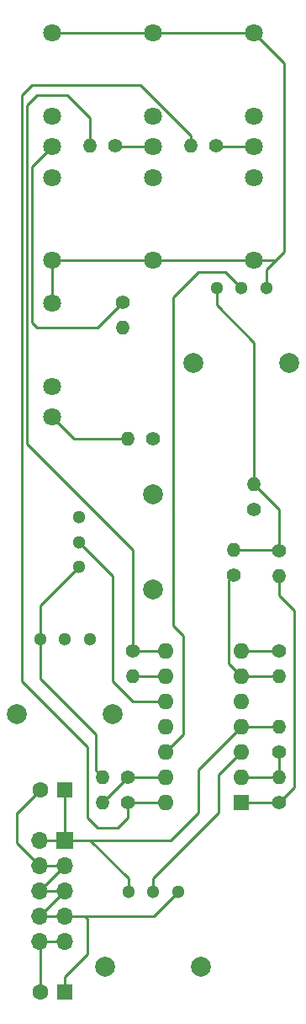
<source format=gbr>
%TF.GenerationSoftware,KiCad,Pcbnew,(5.1.6-0)*%
%TF.CreationDate,2022-12-01T22:05:58-05:00*%
%TF.ProjectId,MACRO,4d414352-4f2e-46b6-9963-61645f706362,rev?*%
%TF.SameCoordinates,Original*%
%TF.FileFunction,Copper,L2,Bot*%
%TF.FilePolarity,Positive*%
%FSLAX46Y46*%
G04 Gerber Fmt 4.6, Leading zero omitted, Abs format (unit mm)*
G04 Created by KiCad (PCBNEW (5.1.6-0)) date 2022-12-01 22:05:58*
%MOMM*%
%LPD*%
G01*
G04 APERTURE LIST*
%TA.AperFunction,ComponentPad*%
%ADD10C,2.000000*%
%TD*%
%TA.AperFunction,ComponentPad*%
%ADD11C,1.300000*%
%TD*%
%TA.AperFunction,ComponentPad*%
%ADD12C,1.400000*%
%TD*%
%TA.AperFunction,ComponentPad*%
%ADD13O,1.400000X1.400000*%
%TD*%
%TA.AperFunction,ComponentPad*%
%ADD14C,1.800000*%
%TD*%
%TA.AperFunction,ComponentPad*%
%ADD15R,1.700000X1.700000*%
%TD*%
%TA.AperFunction,ComponentPad*%
%ADD16O,1.700000X1.700000*%
%TD*%
%TA.AperFunction,ComponentPad*%
%ADD17R,1.600000X1.600000*%
%TD*%
%TA.AperFunction,ComponentPad*%
%ADD18C,1.600000*%
%TD*%
%TA.AperFunction,ComponentPad*%
%ADD19O,1.600000X1.600000*%
%TD*%
%TA.AperFunction,Conductor*%
%ADD20C,0.250000*%
%TD*%
G04 APERTURE END LIST*
D10*
%TO.P,RV3,*%
%TO.N,*%
X73660000Y-103606000D03*
X73660000Y-94006000D03*
D11*
%TO.P,RV3,3*%
%TO.N,Net-(R4-Pad1)*%
X66160000Y-101306000D03*
%TO.P,RV3,2*%
%TO.N,Net-(RV3-Pad2)*%
X66160000Y-98806000D03*
%TO.P,RV3,1*%
%TO.N,GND*%
X66160000Y-96306000D03*
%TD*%
D10*
%TO.P,RV4,*%
%TO.N,*%
X77750000Y-80772000D03*
X87350000Y-80772000D03*
D11*
%TO.P,RV4,3*%
%TO.N,Net-(R4-Pad1)*%
X80050000Y-73272000D03*
%TO.P,RV4,2*%
%TO.N,Net-(RV4-Pad2)*%
X82550000Y-73272000D03*
%TO.P,RV4,1*%
%TO.N,GND*%
X85050000Y-73272000D03*
%TD*%
D12*
%TO.P,R4,1*%
%TO.N,Net-(R4-Pad1)*%
X86360000Y-99695000D03*
D13*
%TO.P,R4,2*%
%TO.N,Net-(R3-Pad1)*%
X86360000Y-102235000D03*
%TD*%
D12*
%TO.P,R6,1*%
%TO.N,Net-(R6-Pad1)*%
X83820000Y-95504000D03*
D13*
%TO.P,R6,2*%
%TO.N,Net-(R4-Pad1)*%
X83820000Y-92964000D03*
%TD*%
D12*
%TO.P,R7,1*%
%TO.N,Net-(R10-Pad2)*%
X71120000Y-122428000D03*
D13*
%TO.P,R7,2*%
%TO.N,Net-(R4-Pad1)*%
X68580000Y-122428000D03*
%TD*%
D12*
%TO.P,R8,1*%
%TO.N,Net-(R11-Pad2)*%
X86360000Y-109728000D03*
D13*
%TO.P,R8,2*%
%TO.N,Net-(R5-Pad1)*%
X86360000Y-112268000D03*
%TD*%
D12*
%TO.P,R9,1*%
%TO.N,Net-(R12-Pad2)*%
X71628000Y-109728000D03*
D13*
%TO.P,R9,2*%
%TO.N,Net-(R6-Pad1)*%
X71628000Y-112268000D03*
%TD*%
D12*
%TO.P,R10,1*%
%TO.N,Net-(R10-Pad1)*%
X71120000Y-124968000D03*
D13*
%TO.P,R10,2*%
%TO.N,Net-(R10-Pad2)*%
X68580000Y-124968000D03*
%TD*%
D12*
%TO.P,R11,1*%
%TO.N,Net-(J2-Pad1)*%
X70612000Y-74676000D03*
D13*
%TO.P,R11,2*%
%TO.N,Net-(R11-Pad2)*%
X70612000Y-77216000D03*
%TD*%
D12*
%TO.P,R12,1*%
%TO.N,Net-(J4-Pad1)*%
X69850000Y-58928000D03*
D13*
%TO.P,R12,2*%
%TO.N,Net-(R12-Pad2)*%
X67310000Y-58928000D03*
%TD*%
D12*
%TO.P,R13,1*%
%TO.N,Net-(J6-Pad1)*%
X80010000Y-58928000D03*
D13*
%TO.P,R13,2*%
%TO.N,Net-(R10-Pad1)*%
X77470000Y-58928000D03*
%TD*%
D10*
%TO.P,RV1,*%
%TO.N,*%
X68860000Y-141478000D03*
X78460000Y-141478000D03*
D11*
%TO.P,RV1,3*%
%TO.N,+12V*%
X71160000Y-133978000D03*
%TO.P,RV1,2*%
%TO.N,Net-(RV1-Pad2)*%
X73660000Y-133978000D03*
%TO.P,RV1,1*%
%TO.N,GND*%
X76160000Y-133978000D03*
%TD*%
D10*
%TO.P,RV2,*%
%TO.N,*%
X59970000Y-116078000D03*
X69570000Y-116078000D03*
D11*
%TO.P,RV2,3*%
%TO.N,Net-(R4-Pad1)*%
X62270000Y-108578000D03*
%TO.P,RV2,2*%
%TO.N,Net-(RV2-Pad2)*%
X64770000Y-108578000D03*
%TO.P,RV2,1*%
%TO.N,GND*%
X67270000Y-108578000D03*
%TD*%
D12*
%TO.P,R5,1*%
%TO.N,Net-(R5-Pad1)*%
X81788000Y-102108000D03*
D13*
%TO.P,R5,2*%
%TO.N,Net-(R4-Pad1)*%
X81788000Y-99568000D03*
%TD*%
D12*
%TO.P,R2,1*%
%TO.N,Net-(R1-Pad1)*%
X73660000Y-88392000D03*
D13*
%TO.P,R2,2*%
%TO.N,Net-(J1-Pad1)*%
X71120000Y-88392000D03*
%TD*%
D12*
%TO.P,R3,1*%
%TO.N,Net-(R3-Pad1)*%
X86360000Y-124968000D03*
D13*
%TO.P,R3,2*%
%TO.N,Net-(R1-Pad1)*%
X86360000Y-122428000D03*
%TD*%
D14*
%TO.P,J3,3*%
%TO.N,GND*%
X63500000Y-47658000D03*
%TO.P,J3,1*%
%TO.N,Net-(J2-Pad1)*%
X63500000Y-59058000D03*
%TO.P,J3,2*%
%TO.N,Net-(J3-Pad2)*%
X63500000Y-55958000D03*
%TD*%
%TO.P,J4,3*%
%TO.N,GND*%
X73660000Y-70452000D03*
%TO.P,J4,1*%
%TO.N,Net-(J4-Pad1)*%
X73660000Y-59052000D03*
%TO.P,J4,2*%
%TO.N,Net-(J4-Pad2)*%
X73660000Y-62152000D03*
%TD*%
%TO.P,J5,3*%
%TO.N,GND*%
X73660000Y-47658000D03*
%TO.P,J5,1*%
%TO.N,Net-(J4-Pad1)*%
X73660000Y-59058000D03*
%TO.P,J5,2*%
%TO.N,Net-(J5-Pad2)*%
X73660000Y-55958000D03*
%TD*%
%TO.P,J6,3*%
%TO.N,GND*%
X83820000Y-70452000D03*
%TO.P,J6,1*%
%TO.N,Net-(J6-Pad1)*%
X83820000Y-59052000D03*
%TO.P,J6,2*%
%TO.N,Net-(J6-Pad2)*%
X83820000Y-62152000D03*
%TD*%
%TO.P,J7,3*%
%TO.N,GND*%
X83820000Y-47658000D03*
%TO.P,J7,1*%
%TO.N,Net-(J6-Pad1)*%
X83820000Y-59058000D03*
%TO.P,J7,2*%
%TO.N,Net-(J7-Pad2)*%
X83820000Y-55958000D03*
%TD*%
D15*
%TO.P,J8,1*%
%TO.N,+12V*%
X64770000Y-128778000D03*
D16*
%TO.P,J8,2*%
X62230000Y-128778000D03*
%TO.P,J8,3*%
%TO.N,GND*%
X64770000Y-131318000D03*
%TO.P,J8,4*%
X62230000Y-131318000D03*
%TO.P,J8,5*%
X64770000Y-133858000D03*
%TO.P,J8,6*%
X62230000Y-133858000D03*
%TO.P,J8,7*%
X64770000Y-136398000D03*
%TO.P,J8,8*%
X62230000Y-136398000D03*
%TO.P,J8,9*%
%TO.N,-12V*%
X64770000Y-138938000D03*
%TO.P,J8,10*%
X62230000Y-138938000D03*
%TD*%
D12*
%TO.P,R1,1*%
%TO.N,Net-(R1-Pad1)*%
X86360000Y-119888000D03*
D13*
%TO.P,R1,2*%
%TO.N,+12V*%
X86360000Y-117348000D03*
%TD*%
D14*
%TO.P,J1,3*%
%TO.N,GND*%
X63500000Y-74836000D03*
%TO.P,J1,1*%
%TO.N,Net-(J1-Pad1)*%
X63500000Y-86236000D03*
%TO.P,J1,2*%
%TO.N,Net-(J1-Pad2)*%
X63500000Y-83136000D03*
%TD*%
%TO.P,J2,3*%
%TO.N,GND*%
X63500000Y-70452000D03*
%TO.P,J2,1*%
%TO.N,Net-(J2-Pad1)*%
X63500000Y-59052000D03*
%TO.P,J2,2*%
%TO.N,Net-(J2-Pad2)*%
X63500000Y-62152000D03*
%TD*%
D17*
%TO.P,C2,1*%
%TO.N,GND*%
X64770000Y-144018000D03*
D18*
%TO.P,C2,2*%
%TO.N,-12V*%
X62270000Y-144018000D03*
%TD*%
D17*
%TO.P,U1,1*%
%TO.N,Net-(R3-Pad1)*%
X82550000Y-124968000D03*
D19*
%TO.P,U1,8*%
%TO.N,Net-(R12-Pad2)*%
X74930000Y-109728000D03*
%TO.P,U1,2*%
%TO.N,Net-(R1-Pad1)*%
X82550000Y-122428000D03*
%TO.P,U1,9*%
%TO.N,Net-(R6-Pad1)*%
X74930000Y-112268000D03*
%TO.P,U1,3*%
%TO.N,Net-(RV1-Pad2)*%
X82550000Y-119888000D03*
%TO.P,U1,10*%
%TO.N,Net-(RV3-Pad2)*%
X74930000Y-114808000D03*
%TO.P,U1,4*%
%TO.N,+12V*%
X82550000Y-117348000D03*
%TO.P,U1,11*%
%TO.N,-12V*%
X74930000Y-117348000D03*
%TO.P,U1,5*%
%TO.N,Net-(RV2-Pad2)*%
X82550000Y-114808000D03*
%TO.P,U1,12*%
%TO.N,Net-(RV4-Pad2)*%
X74930000Y-119888000D03*
%TO.P,U1,6*%
%TO.N,Net-(R5-Pad1)*%
X82550000Y-112268000D03*
%TO.P,U1,13*%
%TO.N,Net-(R10-Pad2)*%
X74930000Y-122428000D03*
%TO.P,U1,7*%
%TO.N,Net-(R11-Pad2)*%
X82550000Y-109728000D03*
%TO.P,U1,14*%
%TO.N,Net-(R10-Pad1)*%
X74930000Y-124968000D03*
%TD*%
D17*
%TO.P,C1,1*%
%TO.N,+12V*%
X64770000Y-123698000D03*
D18*
%TO.P,C1,2*%
%TO.N,GND*%
X62270000Y-123698000D03*
%TD*%
D20*
%TO.N,+12V*%
X86360000Y-117348000D02*
X82550000Y-117348000D01*
X71160000Y-133978000D02*
X71160000Y-132628000D01*
X67310000Y-128778000D02*
X64770000Y-128778000D01*
X71160000Y-132628000D02*
X67310000Y-128778000D01*
X62230000Y-128778000D02*
X64770000Y-128778000D01*
X64770000Y-128778000D02*
X64770000Y-123698000D01*
X82550000Y-117348000D02*
X78232000Y-121666000D01*
X78232000Y-121666000D02*
X78232000Y-125984000D01*
X75438000Y-128778000D02*
X67310000Y-128778000D01*
X78232000Y-125984000D02*
X75438000Y-128778000D01*
%TO.N,GND*%
X63500000Y-47658000D02*
X73660000Y-47658000D01*
X73660000Y-47658000D02*
X83820000Y-47658000D01*
X83820000Y-70452000D02*
X86012000Y-70452000D01*
X86012000Y-70452000D02*
X86868000Y-69596000D01*
X86868000Y-50706000D02*
X83820000Y-47658000D01*
X86868000Y-69596000D02*
X86868000Y-50706000D01*
X85050000Y-71414000D02*
X86012000Y-70452000D01*
X85050000Y-73272000D02*
X85050000Y-71414000D01*
X83820000Y-70452000D02*
X63500000Y-70452000D01*
X63500000Y-70452000D02*
X63500000Y-74836000D01*
X62230000Y-136398000D02*
X64770000Y-136398000D01*
X64770000Y-133858000D02*
X62230000Y-133858000D01*
X64770000Y-131318000D02*
X62230000Y-131318000D01*
X62230000Y-133858000D02*
X64770000Y-131318000D01*
X62230000Y-136398000D02*
X64770000Y-133858000D01*
X64770000Y-144018000D02*
X64770000Y-142494000D01*
X64770000Y-142494000D02*
X67056000Y-140208000D01*
X67056000Y-140208000D02*
X67056000Y-136652000D01*
X73740000Y-136398000D02*
X76160000Y-133978000D01*
X67056000Y-136652000D02*
X66802000Y-136398000D01*
X66802000Y-136398000D02*
X73740000Y-136398000D01*
X64770000Y-136398000D02*
X66802000Y-136398000D01*
X62230000Y-131318000D02*
X59944000Y-129032000D01*
X59944000Y-129032000D02*
X59944000Y-125984000D01*
X59984000Y-125984000D02*
X62270000Y-123698000D01*
X59944000Y-125984000D02*
X59984000Y-125984000D01*
%TO.N,-12V*%
X62270000Y-138978000D02*
X62230000Y-138938000D01*
X62270000Y-144018000D02*
X62270000Y-138978000D01*
X62230000Y-138938000D02*
X64770000Y-138938000D01*
%TO.N,Net-(J1-Pad1)*%
X65656000Y-88392000D02*
X63500000Y-86236000D01*
X71120000Y-88392000D02*
X65656000Y-88392000D01*
%TO.N,Net-(J2-Pad1)*%
X61976000Y-77216000D02*
X68072000Y-77216000D01*
X61468000Y-61090000D02*
X61468000Y-76708000D01*
X68072000Y-77216000D02*
X70612000Y-74676000D01*
X61468000Y-76708000D02*
X61976000Y-77216000D01*
X63500000Y-59058000D02*
X61468000Y-61090000D01*
%TO.N,Net-(J4-Pad1)*%
X69980000Y-59058000D02*
X69850000Y-58928000D01*
X73660000Y-59058000D02*
X69980000Y-59058000D01*
%TO.N,Net-(J6-Pad1)*%
X80140000Y-59058000D02*
X80010000Y-58928000D01*
X83820000Y-59058000D02*
X80140000Y-59058000D01*
%TO.N,Net-(R1-Pad1)*%
X82550000Y-122428000D02*
X86360000Y-122428000D01*
X86360000Y-122428000D02*
X86360000Y-119888000D01*
%TO.N,Net-(R3-Pad1)*%
X86360000Y-102235000D02*
X86360000Y-104140000D01*
X86360000Y-104140000D02*
X87884000Y-105664000D01*
X87884000Y-123444000D02*
X86360000Y-124968000D01*
X87884000Y-105664000D02*
X87884000Y-123444000D01*
X86360000Y-124968000D02*
X82550000Y-124968000D01*
%TO.N,Net-(R4-Pad1)*%
X80050000Y-73272000D02*
X80050000Y-74970000D01*
X83820000Y-78740000D02*
X83820000Y-92964000D01*
X80050000Y-74970000D02*
X83820000Y-78740000D01*
X86360000Y-95504000D02*
X83820000Y-92964000D01*
X86360000Y-99695000D02*
X86360000Y-95504000D01*
X62270000Y-105196000D02*
X66160000Y-101306000D01*
X62270000Y-108578000D02*
X62270000Y-105196000D01*
X62270000Y-112562000D02*
X62270000Y-108578000D01*
X67880001Y-118172001D02*
X62270000Y-112562000D01*
X67880001Y-121728001D02*
X67880001Y-118172001D01*
X68580000Y-122428000D02*
X67880001Y-121728001D01*
X83820000Y-99568000D02*
X86233000Y-99568000D01*
X86233000Y-99568000D02*
X86360000Y-99695000D01*
X81788000Y-99568000D02*
X83820000Y-99568000D01*
X83820000Y-99568000D02*
X84201000Y-99568000D01*
%TO.N,Net-(R5-Pad1)*%
X82550000Y-112268000D02*
X86360000Y-112268000D01*
X81280000Y-102616000D02*
X81788000Y-102108000D01*
X81280000Y-110998000D02*
X81280000Y-102616000D01*
X82550000Y-112268000D02*
X81280000Y-110998000D01*
%TO.N,Net-(R6-Pad1)*%
X71628000Y-112268000D02*
X74930000Y-112268000D01*
%TO.N,Net-(R10-Pad2)*%
X71120000Y-122428000D02*
X74930000Y-122428000D01*
X71120000Y-122428000D02*
X68580000Y-124968000D01*
%TO.N,Net-(R11-Pad2)*%
X86360000Y-109728000D02*
X82550000Y-109728000D01*
%TO.N,Net-(R12-Pad2)*%
X71628000Y-109728000D02*
X74930000Y-109728000D01*
X67310000Y-56134000D02*
X67310000Y-58928000D01*
X61976000Y-53848000D02*
X65024000Y-53848000D01*
X71628000Y-109728000D02*
X71628000Y-99568000D01*
X60960000Y-88900000D02*
X60960000Y-54864000D01*
X65024000Y-53848000D02*
X67310000Y-56134000D01*
X71628000Y-99568000D02*
X60960000Y-88900000D01*
X60960000Y-54864000D02*
X61976000Y-53848000D01*
%TO.N,Net-(R10-Pad1)*%
X71120000Y-124968000D02*
X74930000Y-124968000D01*
X71120000Y-126492000D02*
X71120000Y-124968000D01*
X68072000Y-127508000D02*
X70104000Y-127508000D01*
X70104000Y-127508000D02*
X71120000Y-126492000D01*
X67056000Y-126492000D02*
X68072000Y-127508000D01*
X67056000Y-119380000D02*
X67056000Y-126492000D01*
X60452000Y-53848000D02*
X60452000Y-112776000D01*
X61468000Y-52832000D02*
X60452000Y-53848000D01*
X72363949Y-52832000D02*
X61468000Y-52832000D01*
X60452000Y-112776000D02*
X67056000Y-119380000D01*
X77470000Y-57938051D02*
X72363949Y-52832000D01*
X77470000Y-58928000D02*
X77470000Y-57938051D01*
%TO.N,Net-(RV1-Pad2)*%
X73660000Y-133978000D02*
X73660000Y-132588000D01*
X73660000Y-132588000D02*
X80264000Y-125984000D01*
X80264000Y-122174000D02*
X82550000Y-119888000D01*
X80264000Y-125984000D02*
X80264000Y-122174000D01*
%TO.N,Net-(RV3-Pad2)*%
X74930000Y-114808000D02*
X71628000Y-114808000D01*
X71628000Y-114808000D02*
X69596000Y-112776000D01*
X69596000Y-102242000D02*
X66160000Y-98806000D01*
X69596000Y-112776000D02*
X69596000Y-102242000D01*
%TO.N,Net-(RV4-Pad2)*%
X82550000Y-73272000D02*
X80906000Y-71628000D01*
X80906000Y-71628000D02*
X78232000Y-71628000D01*
X78232000Y-71628000D02*
X75692000Y-74168000D01*
X74930000Y-119888000D02*
X76708000Y-118110000D01*
X76708000Y-118110000D02*
X76708000Y-108204000D01*
X76708000Y-108204000D02*
X75692000Y-107188000D01*
X75692000Y-107188000D02*
X75692000Y-89916000D01*
X75692000Y-89916000D02*
X75692000Y-90424000D01*
X75692000Y-74168000D02*
X75692000Y-89916000D01*
%TD*%
M02*

</source>
